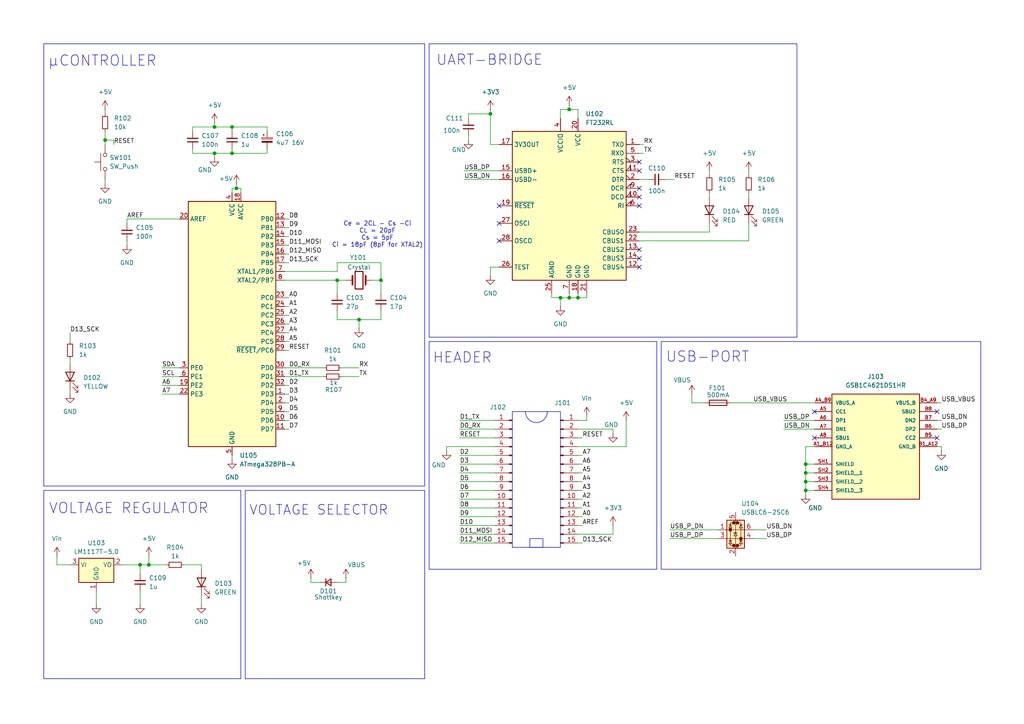
<source format=kicad_sch>
(kicad_sch (version 20231120) (generator "eeschema") (generator_version "8.0")
  (paper "A4")
  (title_block (title "Arduino Nano") (date "2024-03-31") (rev "v0.1") (company "Thomas Wild"))
  (lib_symbols
    (symbol "Connector:Conn_01x15_Pin" (pin_names (offset 1.016) hide)
      (property "Reference" "J" (at 0 20.32 0))
      (property "Value" "Conn_01x15_Pin" (at 0 -20.32 0))
      (symbol "Conn_01x15_Pin_1_1"
        (pin passive line (at 5.08 17.78 180) (length 3.81) (name "Pin_1") (number "1"))
        (pin passive line (at 5.08 -5.08 180) (length 3.81) (name "Pin_10") (number "10"))
        (pin passive line (at 5.08 -7.62 180) (length 3.81) (name "Pin_11") (number "11"))
        (pin passive line (at 5.08 -10.16 180) (length 3.81) (name "Pin_12") (number "12"))
        (pin passive line (at 5.08 -12.7 180) (length 3.81) (name "Pin_13") (number "13"))
        (pin passive line (at 5.08 -15.24 180) (length 3.81) (name "Pin_14") (number "14"))
        (pin passive line (at 5.08 -17.78 180) (length 3.81) (name "Pin_15") (number "15"))
        (pin passive line (at 5.08 15.24 180) (length 3.81) (name "Pin_2") (number "2"))
        (pin passive line (at 5.08 12.7 180) (length 3.81) (name "Pin_3") (number "3"))
        (pin passive line (at 5.08 10.16 180) (length 3.81) (name "Pin_4") (number "4"))
        (pin passive line (at 5.08 7.62 180) (length 3.81) (name "Pin_5") (number "5"))
        (pin passive line (at 5.08 5.08 180) (length 3.81) (name "Pin_6") (number "6"))
        (pin passive line (at 5.08 2.54 180) (length 3.81) (name "Pin_7") (number "7"))
        (pin passive line (at 5.08 0 180) (length 3.81) (name "Pin_8") (number "8"))
        (pin passive line (at 5.08 -2.54 180) (length 3.81) (name "Pin_9") (number "9"))
      )
    )
    (symbol "Device:C_Polarized_Small" (pin_numbers hide) (pin_names (offset 0.254) hide)
      (property "Reference" "C" (at 0.254 1.778 0))
      (property "Value" "C_Polarized_Small" (at 0.254 -2.032 0))
      (symbol "C_Polarized_Small_1_1"
        (pin passive line (at 0 2.54 270) (length 1.8542) (name "~") (number "1"))
        (pin passive line (at 0 -2.54 90) (length 1.8542) (name "~") (number "2"))
      )
    )
    (symbol "Device:C_Small" (pin_numbers hide) (pin_names (offset 0.254) hide)
      (property "Reference" "C" (at 0.254 1.778 0))
      (property "Value" "C_Small" (at 0.254 -2.032 0))
      (symbol "C_Small_1_1"
        (pin passive line (at 0 2.54 270) (length 2.032) (name "~") (number "1"))
        (pin passive line (at 0 -2.54 90) (length 2.032) (name "~") (number "2"))
      )
    )
    (symbol "Device:Crystal" (pin_numbers hide) (pin_names (offset 1.016) hide)
      (property "Reference" "Y" (at 0 3.81 0))
      (property "Value" "Crystal" (at 0 -3.81 0))
      (symbol "Crystal_1_1"
        (pin passive line (at -3.81 0 0) (length 1.27) (name "1") (number "1"))
        (pin passive line (at 3.81 0 180) (length 1.27) (name "2") (number "2"))
      )
    )
    (symbol "Device:D_Small" (pin_numbers hide) (pin_names (offset 0.254) hide)
      (property "Reference" "D" (at -1.27 2.032 0))
      (property "Value" "D_Small" (at -3.81 -2.032 0))
      (symbol "D_Small_1_1"
        (pin passive line (at -2.54 0 0) (length 1.778) (name "K") (number "1"))
        (pin passive line (at 2.54 0 180) (length 1.778) (name "A") (number "2"))
      )
    )
    (symbol "Device:Fuse" (pin_numbers hide) (pin_names (offset 0))
      (property "Reference" "F" (at 2.032 0 90))
      (property "Value" "Fuse" (at -1.905 0 90))
      (symbol "Fuse_1_1"
        (pin passive line (at 0 3.81 270) (length 1.27) (name "~") (number "1"))
        (pin passive line (at 0 -3.81 90) (length 1.27) (name "~") (number "2"))
      )
    )
    (symbol "Device:LED" (pin_numbers hide) (pin_names (offset 1.016) hide)
      (property "Reference" "D" (at 0 2.54 0))
      (property "Value" "LED" (at 0 -2.54 0))
      (symbol "LED_1_1"
        (pin passive line (at -3.81 0 0) (length 2.54) (name "K") (number "1"))
        (pin passive line (at 3.81 0 180) (length 2.54) (name "A") (number "2"))
      )
    )
    (symbol "Device:R_Small" (pin_numbers hide) (pin_names (offset 0.254) hide)
      (property "Reference" "R" (at 0.762 0.508 0))
      (property "Value" "R_Small" (at 0.762 -1.016 0))
      (symbol "R_Small_1_1"
        (pin passive line (at 0 2.54 270) (length 0.762) (name "~") (number "1"))
        (pin passive line (at 0 -2.54 90) (length 0.762) (name "~") (number "2"))
      )
    )
    (symbol "GSB1C4621DS1HR:GSB1C4621DS1HR" (pin_names (offset 1.016))
      (property "Reference" "J" (at -12.7 10.922 0))
      (property "Value" "GSB1C4621DS1HR" (at -12.7 -22.86 0))
      (symbol "GSB1C4621DS1HR_0_0"
        (pin power_in line (at -17.78 -5.08 0) (length 5.08) (name "GND_A") (number "A1_B12"))
        (pin power_in line (at -17.78 7.62 0) (length 5.08) (name "VBUS_A") (number "A4_B9"))
        (pin bidirectional line (at -17.78 5.08 0) (length 5.08) (name "CC1") (number "A5"))
        (pin bidirectional line (at -17.78 2.54 0) (length 5.08) (name "DP1") (number "A6"))
        (pin bidirectional line (at -17.78 0 0) (length 5.08) (name "DN1") (number "A7"))
        (pin bidirectional line (at -17.78 -2.54 0) (length 5.08) (name "SBU1") (number "A8"))
        (pin power_in line (at 17.78 -5.08 180) (length 5.08) (name "GND_B") (number "B1_A12"))
        (pin power_in line (at 17.78 7.62 180) (length 5.08) (name "VBUS_B") (number "B4_A9"))
        (pin bidirectional line (at 17.78 -2.54 180) (length 5.08) (name "CC2") (number "B5"))
        (pin bidirectional line (at 17.78 0 180) (length 5.08) (name "DP2") (number "B6"))
        (pin bidirectional line (at 17.78 2.54 180) (length 5.08) (name "DN2") (number "B7"))
        (pin bidirectional line (at 17.78 5.08 180) (length 5.08) (name "SBU2") (number "B8"))
        (pin passive line (at -17.78 -10.16 0) (length 5.08) (name "SHIELD") (number "SH1"))
        (pin passive line (at -17.78 -12.7 0) (length 5.08) (name "SHIELD__1") (number "SH2"))
        (pin passive line (at -17.78 -15.24 0) (length 5.08) (name "SHIELD__2") (number "SH3"))
        (pin passive line (at -17.78 -17.78 0) (length 5.08) (name "SHIELD__3") (number "SH4"))
      )
    )
    (symbol "Interface_USB:FT232RL"
      (property "Reference" "U" (at -16.51 22.86 0))
      (property "Value" "FT232RL" (at 10.16 22.86 0))
      (symbol "FT232RL_1_1"
        (pin output line (at 20.32 17.78 180) (length 3.81) (name "TXD") (number "1"))
        (pin input input_low (at 20.32 2.54 180) (length 3.81) (name "DCD") (number "10"))
        (pin input input_low (at 20.32 10.16 180) (length 3.81) (name "CTS") (number "11"))
        (pin bidirectional line (at 20.32 -17.78 180) (length 3.81) (name "CBUS4") (number "12"))
        (pin bidirectional line (at 20.32 -12.7 180) (length 3.81) (name "CBUS2") (number "13"))
        (pin bidirectional line (at 20.32 -15.24 180) (length 3.81) (name "CBUS3") (number "14"))
        (pin bidirectional line (at -20.32 10.16 0) (length 3.81) (name "USBD+") (number "15"))
        (pin bidirectional line (at -20.32 7.62 0) (length 3.81) (name "USBD-") (number "16"))
        (pin power_out line (at -20.32 17.78 0) (length 3.81) (name "3V3OUT") (number "17"))
        (pin power_in line (at 2.54 -25.4 90) (length 3.81) (name "GND") (number "18"))
        (pin input line (at -20.32 0 0) (length 3.81) (name "~{RESET}") (number "19"))
        (pin output output_low (at 20.32 7.62 180) (length 3.81) (name "DTR") (number "2"))
        (pin power_in line (at 2.54 25.4 270) (length 3.81) (name "VCC") (number "20"))
        (pin power_in line (at 5.08 -25.4 90) (length 3.81) (name "GND") (number "21"))
        (pin bidirectional line (at 20.32 -10.16 180) (length 3.81) (name "CBUS1") (number "22"))
        (pin bidirectional line (at 20.32 -7.62 180) (length 3.81) (name "CBUS0") (number "23"))
        (pin power_in line (at -5.08 -25.4 90) (length 3.81) (name "AGND") (number "25"))
        (pin input line (at -20.32 -17.78 0) (length 3.81) (name "TEST") (number "26"))
        (pin input line (at -20.32 -5.08 0) (length 3.81) (name "OSCI") (number "27"))
        (pin output line (at -20.32 -10.16 0) (length 3.81) (name "OSCO") (number "28"))
        (pin output output_low (at 20.32 12.7 180) (length 3.81) (name "RTS") (number "3"))
        (pin power_in line (at -2.54 25.4 270) (length 3.81) (name "VCCIO") (number "4"))
        (pin input line (at 20.32 15.24 180) (length 3.81) (name "RXD") (number "5"))
        (pin input input_low (at 20.32 0 180) (length 3.81) (name "RI") (number "6"))
        (pin power_in line (at 0 -25.4 90) (length 3.81) (name "GND") (number "7"))
        (pin input input_low (at 20.32 5.08 180) (length 3.81) (name "DCR") (number "9"))
      )
    )
    (symbol "MCU_Microchip_ATmega:ATmega328PB-A"
      (property "Reference" "U" (at -12.7 36.83 0))
      (property "Value" "ATmega328PB-A" (at 2.54 -36.83 0))
      (symbol "ATmega328PB-A_1_1"
        (pin bidirectional line (at 15.24 -20.32 180) (length 2.54) (name "PD3") (number "1"))
        (pin bidirectional line (at 15.24 -27.94 180) (length 2.54) (name "PD6") (number "10"))
        (pin bidirectional line (at 15.24 -30.48 180) (length 2.54) (name "PD7") (number "11"))
        (pin bidirectional line (at 15.24 30.48 180) (length 2.54) (name "PB0") (number "12"))
        (pin bidirectional line (at 15.24 27.94 180) (length 2.54) (name "PB1") (number "13"))
        (pin bidirectional line (at 15.24 25.4 180) (length 2.54) (name "PB2") (number "14"))
        (pin bidirectional line (at 15.24 22.86 180) (length 2.54) (name "PB3") (number "15"))
        (pin bidirectional line (at 15.24 20.32 180) (length 2.54) (name "PB4") (number "16"))
        (pin bidirectional line (at 15.24 17.78 180) (length 2.54) (name "PB5") (number "17"))
        (pin power_in line (at 2.54 38.1 270) (length 2.54) (name "AVCC") (number "18"))
        (pin bidirectional line (at -15.24 -17.78 0) (length 2.54) (name "PE2") (number "19"))
        (pin bidirectional line (at 15.24 -22.86 180) (length 2.54) (name "PD4") (number "2"))
        (pin passive line (at -15.24 30.48 0) (length 2.54) (name "AREF") (number "20"))
        (pin passive line (at 0 -38.1 90) (length 2.54) hide (name "GND") (number "21"))
        (pin bidirectional line (at -15.24 -20.32 0) (length 2.54) (name "PE3") (number "22"))
        (pin bidirectional line (at 15.24 7.62 180) (length 2.54) (name "PC0") (number "23"))
        (pin bidirectional line (at 15.24 5.08 180) (length 2.54) (name "PC1") (number "24"))
        (pin bidirectional line (at 15.24 2.54 180) (length 2.54) (name "PC2") (number "25"))
        (pin bidirectional line (at 15.24 0 180) (length 2.54) (name "PC3") (number "26"))
        (pin bidirectional line (at 15.24 -2.54 180) (length 2.54) (name "PC4") (number "27"))
        (pin bidirectional line (at 15.24 -5.08 180) (length 2.54) (name "PC5") (number "28"))
        (pin bidirectional line (at 15.24 -7.62 180) (length 2.54) (name "~{RESET}/PC6") (number "29"))
        (pin bidirectional line (at -15.24 -12.7 0) (length 2.54) (name "PE0") (number "3"))
        (pin bidirectional line (at 15.24 -12.7 180) (length 2.54) (name "PD0") (number "30"))
        (pin bidirectional line (at 15.24 -15.24 180) (length 2.54) (name "PD1") (number "31"))
        (pin bidirectional line (at 15.24 -17.78 180) (length 2.54) (name "PD2") (number "32"))
        (pin power_in line (at 0 38.1 270) (length 2.54) (name "VCC") (number "4"))
        (pin power_in line (at 0 -38.1 90) (length 2.54) (name "GND") (number "5"))
        (pin bidirectional line (at -15.24 -15.24 0) (length 2.54) (name "PE1") (number "6"))
        (pin bidirectional line (at 15.24 15.24 180) (length 2.54) (name "XTAL1/PB6") (number "7"))
        (pin bidirectional line (at 15.24 12.7 180) (length 2.54) (name "XTAL2/PB7") (number "8"))
        (pin bidirectional line (at 15.24 -25.4 180) (length 2.54) (name "PD5") (number "9"))
      )
    )
    (symbol "Power_Protection:USBLC6-2SC6" (pin_names hide)
      (property "Reference" "U" (at 0.635 5.715 0))
      (property "Value" "USBLC6-2SC6" (at 0.635 3.81 0))
      (symbol "USBLC6-2SC6_1_1"
        (pin passive line (at -5.08 0 0) (length 2.54) (name "I/O1") (number "1"))
        (pin passive line (at 0 -7.62 90) (length 2.54) (name "GND") (number "2"))
        (pin passive line (at -5.08 -2.54 0) (length 2.54) (name "I/O2") (number "3"))
        (pin passive line (at 5.08 -2.54 180) (length 2.54) (name "I/O2") (number "4"))
        (pin passive line (at 0 5.08 270) (length 2.54) (name "VBUS") (number "5"))
        (pin passive line (at 5.08 0 180) (length 2.54) (name "I/O1") (number "6"))
      )
    )
    (symbol "Regulator_Linear:LM1117T-5.0"
      (property "Reference" "U" (at -3.81 3.175 0))
      (property "Value" "LM1117T-5.0" (at 0 3.175 0))
      (symbol "LM1117T-5.0_1_1"
        (pin power_in line (at 0 -7.62 90) (length 2.54) (name "GND") (number "1"))
        (pin power_out line (at 7.62 0 180) (length 2.54) (name "VO") (number "2"))
        (pin power_in line (at -7.62 0 0) (length 2.54) (name "VI") (number "3"))
      )
    )
    (symbol "Switch:SW_Push" (pin_numbers hide) (pin_names (offset 1.016) hide)
      (property "Reference" "SW" (at 1.27 2.54 0))
      (property "Value" "SW_Push" (at 0 -1.524 0))
      (symbol "SW_Push_0_1"
        (pin passive line (at -5.08 0 0) (length 2.54) (name "1") (number "1"))
        (pin passive line (at 5.08 0 180) (length 2.54) (name "2") (number "2"))
      )
    )
    (symbol "power:+3V3" (power) (pin_numbers hide) (pin_names (offset 0) hide)
      (property "Value" "+3V3" (at 0 3.556 0))
      (symbol "+3V3_1_1"
        (pin power_in line (at 0 0 90) (length 0) (name "~") (number "1"))
      )
    )
    (symbol "power:+5V" (power) (pin_numbers hide) (pin_names (offset 0) hide)
      (property "Value" "+5V" (at 0 3.556 0))
      (symbol "+5V_1_1"
        (pin power_in line (at 0 0 90) (length 0) (name "~") (number "1"))
      )
    )
    (symbol "power:GND" (power) (pin_numbers hide) (pin_names (offset 0) hide)
      (property "Value" "GND" (at 0 -3.81 0))
      (symbol "GND_1_1"
        (pin power_in line (at 0 0 270) (length 0) (name "~") (number "1"))
      )
    )
    (symbol "power:VBUS" (power) (pin_numbers hide) (pin_names (offset 0) hide)
      (property "Value" "VBUS" (at 0 3.556 0))
      (symbol "VBUS_1_1"
        (pin power_in line (at 0 0 90) (length 0) (name "~") (number "1"))
      )
    )
    (symbol "power:VCC" (power) (pin_numbers hide) (pin_names (offset 0) hide)
      (property "Value" "VCC" (at 0 3.556 0))
      (symbol "VCC_1_1"
        (pin power_in line (at 0 0 90) (length 0) (name "~") (number "1"))
      )
    )
  )
  (junction (at 233.68 142.24))
  (junction (at 97.79 81.28))
  (junction (at 62.23 44.45))
  (junction (at 233.68 139.7))
  (junction (at 162.56 86.36))
  (junction (at 43.18 163.83))
  (junction (at 68.58 54.61))
  (junction (at 67.31 44.45))
  (junction (at 142.24 33.02))
  (junction (at 233.68 134.62))
  (junction (at 40.64 163.83))
  (junction (at 104.14 92.71))
  (junction (at 167.64 86.36))
  (junction (at 165.1 31.75))
  (junction (at 67.31 36.83))
  (junction (at 30.48 40.64))
  (junction (at 110.49 81.28))
  (junction (at 165.1 86.36))
  (junction (at 233.68 137.16))
  (junction (at 62.23 36.83))
  (no_connect (at 185.42 77.47))
  (no_connect (at 144.78 64.77))
  (no_connect (at 236.22 119.38))
  (no_connect (at 185.42 59.69))
  (no_connect (at 185.42 54.61))
  (no_connect (at 271.78 127))
  (no_connect (at 236.22 127))
  (no_connect (at 185.42 57.15))
  (no_connect (at 185.42 74.93))
  (no_connect (at 185.42 49.53))
  (no_connect (at 144.78 59.69))
  (no_connect (at 271.78 119.38))
  (no_connect (at 144.78 69.85))
  (no_connect (at 185.42 72.39))
  (no_connect (at 185.42 46.99))
  (wire (pts (xy 227.33 121.92) (xy 236.22 121.92)))
  (wire (pts (xy 133.35 132.08) (xy 143.51 132.08)))
  (wire (pts (xy 36.83 71.12) (xy 36.83 69.85)))
  (wire (pts (xy 168.91 137.16) (xy 167.64 137.16)))
  (wire (pts (xy 77.47 36.83) (xy 77.47 38.1)))
  (wire (pts (xy 83.82 121.92) (xy 82.55 121.92)))
  (wire (pts (xy 82.55 106.68) (xy 93.98 106.68)))
  (wire (pts (xy 58.42 172.72) (xy 58.42 175.26)))
  (wire (pts (xy 16.51 163.83) (xy 20.32 163.83)))
  (wire (pts (xy 104.14 106.68) (xy 99.06 106.68)))
  (wire (pts (xy 110.49 92.71) (xy 104.14 92.71)))
  (wire (pts (xy 69.85 54.61) (xy 69.85 55.88)))
  (wire (pts (xy 46.99 111.76) (xy 52.07 111.76)))
  (wire (pts (xy 177.8 154.94) (xy 177.8 152.4)))
  (wire (pts (xy 162.56 86.36) (xy 160.02 86.36)))
  (wire (pts (xy 142.24 41.91) (xy 142.24 33.02)))
  (wire (pts (xy 133.35 139.7) (xy 143.51 139.7)))
  (wire (pts (xy 165.1 31.75) (xy 167.64 31.75)))
  (wire (pts (xy 97.79 78.74) (xy 97.79 76.2)))
  (wire (pts (xy 67.31 133.35) (xy 67.31 132.08)))
  (wire (pts (xy 167.64 129.54) (xy 181.61 129.54)))
  (wire (pts (xy 107.95 81.28) (xy 110.49 81.28)))
  (wire (pts (xy 135.89 34.29) (xy 135.89 33.02)))
  (wire (pts (xy 97.79 81.28) (xy 97.79 85.09)))
  (wire (pts (xy 82.55 96.52) (xy 83.82 96.52)))
  (wire (pts (xy 83.82 119.38) (xy 82.55 119.38)))
  (wire (pts (xy 217.17 49.53) (xy 217.17 50.8)))
  (wire (pts (xy 20.32 113.03) (xy 20.32 114.3)))
  (wire (pts (xy 30.48 40.64) (xy 30.48 41.91)))
  (wire (pts (xy 273.05 130.81) (xy 273.05 129.54)))
  (wire (pts (xy 135.89 40.64) (xy 135.89 39.37)))
  (wire (pts (xy 142.24 77.47) (xy 144.78 77.47)))
  (wire (pts (xy 16.51 161.29) (xy 16.51 163.83)))
  (wire (pts (xy 133.35 144.78) (xy 143.51 144.78)))
  (wire (pts (xy 82.55 63.5) (xy 83.82 63.5)))
  (wire (pts (xy 212.09 116.84) (xy 236.22 116.84)))
  (wire (pts (xy 62.23 36.83) (xy 67.31 36.83)))
  (wire (pts (xy 40.64 171.45) (xy 40.64 175.26)))
  (wire (pts (xy 20.32 104.14) (xy 20.32 105.41)))
  (wire (pts (xy 193.04 52.07) (xy 195.58 52.07)))
  (wire (pts (xy 67.31 44.45) (xy 77.47 44.45)))
  (wire (pts (xy 53.34 163.83) (xy 58.42 163.83)))
  (wire (pts (xy 68.58 54.61) (xy 69.85 54.61)))
  (wire (pts (xy 35.56 163.83) (xy 40.64 163.83)))
  (wire (pts (xy 170.18 121.92) (xy 170.18 120.65)))
  (wire (pts (xy 167.64 86.36) (xy 165.1 86.36)))
  (wire (pts (xy 168.91 134.62) (xy 167.64 134.62)))
  (wire (pts (xy 33.02 40.64) (xy 30.48 40.64)))
  (wire (pts (xy 82.55 109.22) (xy 93.98 109.22)))
  (wire (pts (xy 20.32 96.52) (xy 20.32 99.06)))
  (wire (pts (xy 205.74 55.88) (xy 205.74 57.15)))
  (wire (pts (xy 142.24 33.02) (xy 142.24 31.75)))
  (wire (pts (xy 30.48 31.75) (xy 30.48 33.02)))
  (wire (pts (xy 133.35 157.48) (xy 143.51 157.48)))
  (wire (pts (xy 100.33 81.28) (xy 97.79 81.28)))
  (wire (pts (xy 129.54 129.54) (xy 143.51 129.54)))
  (wire (pts (xy 273.05 116.84) (xy 271.78 116.84)))
  (wire (pts (xy 55.88 43.18) (xy 55.88 44.45)))
  (wire (pts (xy 185.42 69.85) (xy 217.17 69.85)))
  (wire (pts (xy 36.83 63.5) (xy 52.07 63.5)))
  (wire (pts (xy 233.68 129.54) (xy 233.68 134.62)))
  (wire (pts (xy 133.35 142.24) (xy 143.51 142.24)))
  (wire (pts (xy 165.1 30.48) (xy 165.1 31.75)))
  (wire (pts (xy 185.42 67.31) (xy 205.74 67.31)))
  (wire (pts (xy 165.1 86.36) (xy 162.56 86.36)))
  (wire (pts (xy 162.56 34.29) (xy 162.56 31.75)))
  (wire (pts (xy 160.02 85.09) (xy 160.02 86.36)))
  (wire (pts (xy 133.35 154.94) (xy 143.51 154.94)))
  (wire (pts (xy 110.49 81.28) (xy 110.49 85.09)))
  (wire (pts (xy 227.33 124.46) (xy 236.22 124.46)))
  (wire (pts (xy 181.61 129.54) (xy 181.61 121.92)))
  (wire (pts (xy 170.18 86.36) (xy 167.64 86.36)))
  (wire (pts (xy 30.48 52.07) (xy 30.48 53.34)))
  (wire (pts (xy 167.64 31.75) (xy 167.64 34.29)))
  (wire (pts (xy 46.99 106.68) (xy 52.07 106.68)))
  (wire (pts (xy 186.69 44.45) (xy 185.42 44.45)))
  (wire (pts (xy 204.47 116.84) (xy 200.66 116.84)))
  (wire (pts (xy 82.55 71.12) (xy 83.82 71.12)))
  (wire (pts (xy 168.91 152.4) (xy 167.64 152.4)))
  (wire (pts (xy 67.31 36.83) (xy 77.47 36.83)))
  (wire (pts (xy 90.17 168.91) (xy 90.17 167.64)))
  (wire (pts (xy 273.05 121.92) (xy 271.78 121.92)))
  (wire (pts (xy 33.02 41.91) (xy 33.02 40.64)))
  (wire (pts (xy 82.55 73.66) (xy 83.82 73.66)))
  (wire (pts (xy 67.31 36.83) (xy 67.31 38.1)))
  (wire (pts (xy 135.89 33.02) (xy 142.24 33.02)))
  (wire (pts (xy 233.68 142.24) (xy 236.22 142.24)))
  (wire (pts (xy 134.62 52.07) (xy 144.78 52.07)))
  (wire (pts (xy 205.74 49.53) (xy 205.74 50.8)))
  (wire (pts (xy 40.64 163.83) (xy 43.18 163.83)))
  (wire (pts (xy 133.35 149.86) (xy 143.51 149.86)))
  (wire (pts (xy 273.05 129.54) (xy 271.78 129.54)))
  (wire (pts (xy 82.55 88.9) (xy 83.82 88.9)))
  (wire (pts (xy 104.14 92.71) (xy 104.14 95.25)))
  (wire (pts (xy 100.33 168.91) (xy 97.79 168.91)))
  (wire (pts (xy 194.31 156.21) (xy 208.28 156.21)))
  (wire (pts (xy 168.91 127) (xy 167.64 127)))
  (wire (pts (xy 168.91 144.78) (xy 167.64 144.78)))
  (wire (pts (xy 67.31 54.61) (xy 67.31 55.88)))
  (wire (pts (xy 187.96 52.07) (xy 185.42 52.07)))
  (wire (pts (xy 200.66 116.84) (xy 200.66 114.3)))
  (wire (pts (xy 30.48 38.1) (xy 30.48 40.64)))
  (wire (pts (xy 55.88 36.83) (xy 55.88 38.1)))
  (wire (pts (xy 134.62 49.53) (xy 144.78 49.53)))
  (wire (pts (xy 168.91 147.32) (xy 167.64 147.32)))
  (wire (pts (xy 142.24 80.01) (xy 142.24 77.47)))
  (wire (pts (xy 217.17 64.77) (xy 217.17 69.85)))
  (wire (pts (xy 83.82 111.76) (xy 82.55 111.76)))
  (wire (pts (xy 186.69 41.91) (xy 185.42 41.91)))
  (wire (pts (xy 97.79 76.2) (xy 110.49 76.2)))
  (wire (pts (xy 233.68 142.24) (xy 233.68 139.7)))
  (wire (pts (xy 144.78 41.91) (xy 142.24 41.91)))
  (wire (pts (xy 92.71 168.91) (xy 90.17 168.91)))
  (wire (pts (xy 133.35 124.46) (xy 143.51 124.46)))
  (wire (pts (xy 82.55 78.74) (xy 97.79 78.74)))
  (wire (pts (xy 217.17 55.88) (xy 217.17 57.15)))
  (wire (pts (xy 77.47 44.45) (xy 77.47 43.18)))
  (wire (pts (xy 133.35 152.4) (xy 143.51 152.4)))
  (wire (pts (xy 218.44 156.21) (xy 222.25 156.21)))
  (wire (pts (xy 55.88 36.83) (xy 62.23 36.83)))
  (wire (pts (xy 40.64 163.83) (xy 40.64 166.37)))
  (wire (pts (xy 168.91 142.24) (xy 167.64 142.24)))
  (wire (pts (xy 43.18 163.83) (xy 43.18 161.29)))
  (wire (pts (xy 233.68 143.51) (xy 233.68 142.24)))
  (wire (pts (xy 83.82 114.3) (xy 82.55 114.3)))
  (wire (pts (xy 100.33 167.64) (xy 100.33 168.91)))
  (wire (pts (xy 62.23 44.45) (xy 67.31 44.45)))
  (wire (pts (xy 233.68 139.7) (xy 233.68 137.16)))
  (wire (pts (xy 55.88 44.45) (xy 62.23 44.45)))
  (wire (pts (xy 104.14 109.22) (xy 99.06 109.22)))
  (wire (pts (xy 167.64 124.46) (xy 177.8 124.46)))
  (wire (pts (xy 167.64 85.09) (xy 167.64 86.36)))
  (wire (pts (xy 162.56 31.75) (xy 165.1 31.75)))
  (wire (pts (xy 110.49 90.17) (xy 110.49 92.71)))
  (wire (pts (xy 129.54 130.81) (xy 129.54 129.54)))
  (wire (pts (xy 133.35 134.62) (xy 143.51 134.62)))
  (wire (pts (xy 43.18 163.83) (xy 48.26 163.83)))
  (wire (pts (xy 97.79 90.17) (xy 97.79 92.71)))
  (wire (pts (xy 62.23 35.56) (xy 62.23 36.83)))
  (wire (pts (xy 165.1 85.09) (xy 165.1 86.36)))
  (wire (pts (xy 233.68 139.7) (xy 236.22 139.7)))
  (wire (pts (xy 82.55 99.06) (xy 83.82 99.06)))
  (wire (pts (xy 218.44 153.67) (xy 222.25 153.67)))
  (wire (pts (xy 36.83 64.77) (xy 36.83 63.5)))
  (wire (pts (xy 168.91 149.86) (xy 167.64 149.86)))
  (wire (pts (xy 273.05 124.46) (xy 271.78 124.46)))
  (wire (pts (xy 168.91 157.48) (xy 167.64 157.48)))
  (wire (pts (xy 68.58 54.61) (xy 67.31 54.61)))
  (wire (pts (xy 82.55 68.58) (xy 83.82 68.58)))
  (wire (pts (xy 133.35 137.16) (xy 143.51 137.16)))
  (wire (pts (xy 46.99 114.3) (xy 52.07 114.3)))
  (wire (pts (xy 110.49 76.2) (xy 110.49 81.28)))
  (wire (pts (xy 167.64 121.92) (xy 170.18 121.92)))
  (wire (pts (xy 82.55 93.98) (xy 83.82 93.98)))
  (wire (pts (xy 82.55 86.36) (xy 83.82 86.36)))
  (wire (pts (xy 83.82 116.84) (xy 82.55 116.84)))
  (wire (pts (xy 82.55 81.28) (xy 97.79 81.28)))
  (wire (pts (xy 236.22 129.54) (xy 233.68 129.54)))
  (wire (pts (xy 46.99 109.22) (xy 52.07 109.22)))
  (wire (pts (xy 82.55 76.2) (xy 83.82 76.2)))
  (wire (pts (xy 233.68 137.16) (xy 233.68 134.62)))
  (wire (pts (xy 82.55 66.04) (xy 83.82 66.04)))
  (wire (pts (xy 168.91 132.08) (xy 167.64 132.08)))
  (wire (pts (xy 82.55 101.6) (xy 83.82 101.6)))
  (wire (pts (xy 177.8 124.46) (xy 177.8 125.73)))
  (wire (pts (xy 58.42 163.83) (xy 58.42 165.1)))
  (wire (pts (xy 194.31 153.67) (xy 208.28 153.67)))
  (wire (pts (xy 168.91 139.7) (xy 167.64 139.7)))
  (wire (pts (xy 233.68 137.16) (xy 236.22 137.16)))
  (wire (pts (xy 162.56 86.36) (xy 162.56 88.9)))
  (wire (pts (xy 83.82 124.46) (xy 82.55 124.46)))
  (wire (pts (xy 68.58 53.34) (xy 68.58 54.61)))
  (wire (pts (xy 97.79 92.71) (xy 104.14 92.71)))
  (wire (pts (xy 170.18 85.09) (xy 170.18 86.36)))
  (wire (pts (xy 67.31 43.18) (xy 67.31 44.45)))
  (wire (pts (xy 27.94 171.45) (xy 27.94 175.26)))
  (wire (pts (xy 133.35 127) (xy 143.51 127)))
  (wire (pts (xy 167.64 154.94) (xy 177.8 154.94)))
  (wire (pts (xy 82.55 91.44) (xy 83.82 91.44)))
  (wire (pts (xy 233.68 134.62) (xy 236.22 134.62)))
  (wire (pts (xy 133.35 121.92) (xy 143.51 121.92)))
  (wire (pts (xy 133.35 147.32) (xy 143.51 147.32)))
  (wire (pts (xy 205.74 64.77) (xy 205.74 67.31)))
  (wire (pts (xy 62.23 44.45) (xy 62.23 45.72)))
  (rectangle (start 124.46 12.7) (end 231.14 97.79))
  (rectangle (start 153.67 156.21) (end 157.48 158.75))
  (rectangle (start 124.46 99.06) (end 190.5 165.1))
  (rectangle (start 12.7 12.7) (end 123.19 140.97))
  (rectangle (start 148.59 119.38) (end 162.56 158.75))
  (rectangle (start 191.77 99.06) (end 284.48 165.1))
  (arc (start 158.75 119.38) (mid 155.575 122.555) (end 152.4 119.38))
  (rectangle (start 71.12 142.24) (end 123.19 196.85))
  (rectangle (start 12.7 142.24) (end 69.85 196.85))
  (text "VOLTAGE REGULATOR" (at 37.338 147.574 0) (effects (font (size 3 3))))
  (text "UART-BRIDGE\n" (at 141.986 17.526 0) (effects (font (size 3 3))))
  (text "VOLTAGE SELECTOR" (at 92.456 148.082 0) (effects (font (size 2.8 2.8))))
  (text "Ce = 2CL - Cs -Ci\nCL = 20pF\nCs = 5pF\nCi = 18pF (8pF for XTAL2)" (at 109.474 68.072 0) (effects (font (size 1.27 1.27))))
  (text "USB-PORT" (at 205.232 103.632 0) (effects (font (size 3 3))))
  (text "µCONTROLLER" (at 29.718 17.78 0) (effects (font (size 3 3))))
  (text "HEADER" (at 134.112 103.886 0) (effects (font (size 3 3))))
  (label "USB_DN" (at 222.25 153.67 0))
  (label "D7" (at 83.82 124.46 0))
  (label "USB_DN" (at 227.33 124.46 0))
  (label "RESET" (at 168.91 127 0))
  (label "D8" (at 133.35 147.32 0))
  (label "USB_DN" (at 134.62 52.07 0))
  (label "D0_RX" (at 83.82 106.68 0))
  (label "USB_DP" (at 134.62 49.53 0))
  (label "D1_TX" (at 133.35 121.92 0))
  (label "SCL" (at 46.99 109.22 0))
  (label "D6" (at 133.35 142.24 0))
  (label "RX" (at 104.14 106.68 0))
  (label "TX" (at 104.14 109.22 0))
  (label "USB_DN" (at 273.05 121.92 0))
  (label "USB_P_DP" (at 194.31 156.21 0))
  (label "A3" (at 168.91 142.24 0))
  (label "USB_DP" (at 273.05 124.46 0))
  (label "A2" (at 168.91 144.78 0))
  (label "D0_RX" (at 133.35 124.46 0))
  (label "D9" (at 133.35 149.86 0))
  (label "USB_DP" (at 227.33 121.92 0))
  (label "USB_P_DN" (at 194.31 153.67 0))
  (label "D3" (at 83.82 114.3 0))
  (label "D9" (at 83.82 66.04 0))
  (label "A7" (at 168.91 132.08 0))
  (label "D6" (at 83.82 121.92 0))
  (label "A2" (at 83.82 91.44 0))
  (label "A6" (at 46.99 111.76 0))
  (label "SDA" (at 46.99 106.68 0))
  (label "A4" (at 83.82 96.52 0))
  (label "A5" (at 83.82 99.06 0))
  (label "USB_VBUS" (at 218.44 116.84 0))
  (label "D2" (at 83.82 111.76 0))
  (label "RX" (at 186.69 41.91 0))
  (label "A0" (at 83.82 86.36 0))
  (label "D11_MOSI" (at 83.82 71.12 0))
  (label "AREF" (at 168.91 152.4 0))
  (label "A3" (at 83.82 93.98 0))
  (label "A0" (at 168.91 149.86 0))
  (label "D4" (at 133.35 137.16 0))
  (label "D10" (at 83.82 68.58 0))
  (label "D8" (at 83.82 63.5 0))
  (label "RESET" (at 33.02 41.91 0))
  (label "D11_MOSI" (at 133.35 154.94 0))
  (label "USB_DP" (at 222.25 156.21 0))
  (label "RESET" (at 195.58 52.07 0))
  (label "A1" (at 168.91 147.32 0))
  (label "USB_VBUS" (at 273.05 116.84 0))
  (label "A5" (at 168.91 137.16 0))
  (label "AREF" (at 36.83 63.5 0))
  (label "A6" (at 168.91 134.62 0))
  (label "D3" (at 133.35 134.62 0))
  (label "A4" (at 168.91 139.7 0))
  (label "TX" (at 186.69 44.45 0))
  (label "D5" (at 133.35 139.7 0))
  (label "A7" (at 46.99 114.3 0))
  (label "D10" (at 133.35 152.4 0))
  (label "A1" (at 83.82 88.9 0))
  (label "D13_SCK" (at 168.91 157.48 0))
  (label "RESET" (at 83.82 101.6 0))
  (label "D13_SCK" (at 83.82 76.2 0))
  (label "RESET" (at 133.35 127 0))
  (label "D7" (at 133.35 144.78 0))
  (label "D1_TX" (at 83.82 109.22 0))
  (label "D5" (at 83.82 119.38 0))
  (label "D13_SCK" (at 20.32 96.52 0))
  (label "D12_MISO" (at 83.82 73.66 0))
  (label "D2" (at 133.35 132.08 0))
  (label "D12_MISO" (at 133.35 157.48 0))
  (label "D4" (at 83.82 116.84 0))
  (symbol (lib_id "Device:LED") (at 58.42 168.91 90) (unit 1)
    (property "Reference" "D103" (at 62.23 169.2274 90) (effects (justify right)))
    (property "Value" "GREEN" (at 62.23 171.7674 90) (effects (justify right)))
    (property "Footprint" "LED_SMD:LED_0402_1005Metric_B2841UY--20" (effects (hide yes)))
    (property "Datasheet" "https://mm.digikey.com/Volume0/opasdata/d220001/medias/docus/4223/B2841NG--05D000514U1930.pdf" (effects (hide yes)))
    (property "Description" "Light emitting diode" (effects (hide yes)))
    (property "Manufacturer" "Harvatek Corporation" (effects (hide yes)))
    (property "MPN" "B2841NG--05D000514U1930" (effects (hide yes)))
    (property "digikey link" "https://www.digikey.de/short/8tdbp132" (effects (hide yes)))
  )
  (symbol (lib_id "MCU_Microchip_ATmega:ATmega328PB-A") (at 67.31 93.98 0) (unit 1)
    (property "Reference" "U105" (at 69.5041 132.08 0) (effects (justify left)))
    (property "Value" "ATmega328PB-A" (at 69.5041 134.62 0) (effects (justify left)))
    (property "Footprint" "Package_DFN_QFN:QFN-32-1EP_5x5mm_P0.5mm_EP3.45x3.45mm" (effects (hide yes)))
    (property "Datasheet" "https://ww1.microchip.com/downloads/aemDocuments/documents/MCU08/ProductDocuments/DataSheets/40001906C.pdf" (effects (hide yes)))
    (property "Description" "20MHz, 32kB Flash, 2kB SRAM, 1kB EEPROM, TQFP-32" (effects (hide yes)))
    (property "MPN" "ATMEGA328PB-MUR" (effects (hide yes)))
    (property "Manufacturer" "Microchip Technology" (effects (hide yes)))
    (property "digikey link" "https://www.digikey.de/short/7757fdhf" (effects (hide yes)))
  )
  (symbol (lib_id "Device:R_Small") (at 217.17 53.34 0) (unit 1)
    (property "Reference" "R106" (at 219.71 52.0699 0) (effects (justify left)))
    (property "Value" "1k" (at 219.71 54.6099 0) (effects (justify left)))
    (property "Footprint" "Resistor_SMD:R_0402_1005Metric" (effects (hide yes)))
    (property "Datasheet" "https://www.yageo.com/upload/media/product/products/datasheet/rchip/PYu-RC_Group_51_RoHS_L_12.pdf" (effects (hide yes)))
    (property "Description" "Resistor, small symbol" (effects (hide yes)))
    (property "Manufacturer" "YAGEO" (effects (hide yes)))
    (property "MPN" "RC0402JR-071KL" (effects (hide yes)))
    (property "digikey link" "https://www.digikey.de/short/d03hq9n0" (effects (hide yes)))
  )
  (symbol (lib_id "power:GND") (at 40.64 175.26 0) (unit 1)
    (property "Reference" "#PWR0117" (effects (hide yes)))
    (property "Value" "GND" (at 40.64 180.34 0))
    (property "Description" "Power symbol creates a global label with name \"GND\" , ground" (effects (hide yes)))
  )
  (symbol (lib_id "power:VBUS") (at 100.33 167.64 0) (unit 1)
    (property "Reference" "#PWR0104" (effects (hide yes)))
    (property "Value" "VBUS" (at 103.378 163.83 0))
    (property "Description" "Power symbol creates a global label with name \"VBUS\"" (effects (hide yes)))
  )
  (symbol (lib_id "Device:C_Small") (at 36.83 67.31 180) (unit 1)
    (property "Reference" "C105" (at 39.37 66.0335 0) (effects (justify right)))
    (property "Value" "100n" (at 39.37 68.5735 0) (effects (justify right)))
    (property "Footprint" "Capacitor_SMD:C_0402_1005Metric" (effects (hide yes)))
    (property "Datasheet" "https://search.murata.co.jp/Ceramy/image/img/A01X/G101/ENG/GRM155R71C103KA01-01.pdf" (effects (hide yes)))
    (property "Description" "Unpolarized capacitor, small symbol" (effects (hide yes)))
    (property "Manufacturer" "Murata Electronics" (effects (hide yes)))
    (property "MPN" "GRM155R71C103KA01D" (effects (hide yes)))
    (property "digikey link" "https://www.digikey.de/short/wttj8qht" (effects (hide yes)))
  )
  (symbol (lib_id "Device:C_Polarized_Small") (at 77.47 40.64 0) (unit 1)
    (property "Reference" "C106" (at 80.01 38.8238 0) (effects (justify left)))
    (property "Value" "4u7 16V" (at 80.01 41.3638 0) (effects (justify left)))
    (property "Footprint" "Capacitor_SMD:C_0603_1608Metric" (effects (hide yes)))
    (property "Datasheet" "https://search.murata.co.jp/Ceramy/image/img/A01X/G101/ENG/GRT188R61E475ME13-01.pdf" (effects (hide yes)))
    (property "Description" "Polarized capacitor, small symbol" (effects (hide yes)))
    (property "Manufacturer" "Murata Electronics" (effects (hide yes)))
    (property "MPN" "GRT188R61E475ME13D" (effects (hide yes)))
    (property "digikey link" "https://www.digikey.de/short/f082pj54" (effects (hide yes)))
  )
  (symbol (lib_id "GSB1C4621DS1HR:GSB1C4621DS1HR") (at 254 124.46 0) (unit 1)
    (property "Reference" "J103" (at 254 109.22 0))
    (property "Value" "GSB1C4621DS1HR" (at 254 111.76 0))
    (property "Footprint" "Arduino-nano:AMPHENOL_GSB1C4621DS1HR" (effects (hide yes)))
    (property "Datasheet" "https://cdn.amphenol-cs.com/media/wysiwyg/files/drawing/gsb1c46x1ds1hr.pdf" (effects (hide yes)))
    (property "MANUFACTURER" "Amphenol" (effects (hide yes)))
    (property "MPN" "GSB1C4621DS1HR" (effects (hide yes)))
    (property "Manufacturer" "Amphenol ICC" (effects (hide yes)))
    (property "digikey link" "https://www.digikey.de/short/9h05jw8p" (effects (hide yes)))
  )
  (symbol (lib_id "Device:C_Small") (at 55.88 40.64 180) (unit 1)
    (property "Reference" "C107" (at 58.42 39.3635 0) (effects (justify right)))
    (property "Value" "100n" (at 58.42 41.9035 0) (effects (justify right)))
    (property "Footprint" "Capacitor_SMD:C_0402_1005Metric" (effects (hide yes)))
    (property "Datasheet" "https://search.murata.co.jp/Ceramy/image/img/A01X/G101/ENG/GRM155R71C103KA01-01.pdf" (effects (hide yes)))
    (property "Description" "Unpolarized capacitor, small symbol" (effects (hide yes)))
    (property "Manufacturer" "Murata Electronics" (effects (hide yes)))
    (property "MPN" "GRM155R71C103KA01D" (effects (hide yes)))
    (property "digikey link" "https://www.digikey.de/short/wttj8qht" (effects (hide yes)))
  )
  (symbol (lib_id "Device:C_Small") (at 110.49 87.63 180) (unit 1)
    (property "Reference" "C104" (at 113.03 86.3535 0) (effects (justify right)))
    (property "Value" "17p" (at 113.03 88.8935 0) (effects (justify right)))
    (property "Footprint" "Capacitor_SMD:C_0402_1005Metric" (effects (hide yes)))
    (property "Datasheet" "https://search.murata.co.jp/Ceramy/image/img/A01X/G101/ENG/GJM1555C1H170FB01-01.pdf" (effects (hide yes)))
    (property "Description" "Unpolarized capacitor, small symbol" (effects (hide yes)))
    (property "Manufacturer" "Murata Electronics" (effects (hide yes)))
    (property "MPN" "GJM1555C1H170FB01D" (effects (hide yes)))
    (property "digikey link" "https://www.digikey.de/short/mr2ft24c" (effects (hide yes)))
  )
  (symbol (lib_id "power:+5V") (at 68.58 53.34 0) (unit 1)
    (property "Reference" "#PWR0110" (effects (hide yes)))
    (property "Value" "+5V" (at 65.532 51.816 0))
    (property "Description" "Power symbol creates a global label with name \"+5V\"" (effects (hide yes)))
  )
  (symbol (lib_id "power:+5V") (at 205.74 49.53 0) (unit 1)
    (property "Reference" "#PWR0123" (effects (hide yes)))
    (property "Value" "+5V" (at 205.74 44.45 0))
    (property "Description" "Power symbol creates a global label with name \"+5V\"" (effects (hide yes)))
  )
  (symbol (lib_id "power:VCC") (at 16.51 161.29 0) (unit 1)
    (property "Reference" "#PWR0103" (effects (hide yes)))
    (property "Value" "Vin" (at 16.51 156.21 0))
    (property "Description" "Power symbol creates a global label with name \"VCC\"" (effects (hide yes)))
  )
  (symbol (lib_id "power:GND") (at 62.23 45.72 0) (unit 1)
    (property "Reference" "#PWR0115" (effects (hide yes)))
    (property "Value" "GND" (at 59.436 49.276 0))
    (property "Description" "Power symbol creates a global label with name \"GND\" , ground" (effects (hide yes)))
  )
  (symbol (lib_id "Device:R_Small") (at 96.52 106.68 90) (unit 1)
    (property "Reference" "R101" (at 96.52 101.6 90))
    (property "Value" "1k" (at 96.52 104.14 90))
    (property "Footprint" "Resistor_SMD:R_0402_1005Metric" (effects (hide yes)))
    (property "Datasheet" "https://www.yageo.com/upload/media/product/products/datasheet/rchip/PYu-RC_Group_51_RoHS_L_12.pdf" (effects (hide yes)))
    (property "Description" "Resistor, small symbol" (effects (hide yes)))
    (property "Manufacturer" "YAGEO" (effects (hide yes)))
    (property "MPN" "RC0402JR-071KL" (effects (hide yes)))
    (property "digikey link" "https://www.digikey.de/short/d03hq9n0" (effects (hide yes)))
  )
  (symbol (lib_id "Device:R_Small") (at 50.8 163.83 90) (unit 1)
    (property "Reference" "R104" (at 50.8 158.75 90))
    (property "Value" "1k" (at 50.8 161.29 90))
    (property "Footprint" "Resistor_SMD:R_0402_1005Metric" (effects (hide yes)))
    (property "Datasheet" "https://www.yageo.com/upload/media/product/products/datasheet/rchip/PYu-RC_Group_51_RoHS_L_12.pdf" (effects (hide yes)))
    (property "Description" "Resistor, small symbol" (effects (hide yes)))
    (property "Manufacturer" "YAGEO" (effects (hide yes)))
    (property "MPN" "RC0402JR-071KL" (effects (hide yes)))
    (property "digikey link" "https://www.digikey.de/short/d03hq9n0" (effects (hide yes)))
  )
  (symbol (lib_id "power:VBUS") (at 200.66 114.3 0) (unit 1)
    (property "Reference" "#PWR0119" (effects (hide yes)))
    (property "Value" "VBUS" (at 197.866 110.236 0))
    (property "Description" "Power symbol creates a global label with name \"VBUS\"" (effects (hide yes)))
  )
  (symbol (lib_id "power:+5V") (at 217.17 49.53 0) (unit 1)
    (property "Reference" "#PWR0124" (effects (hide yes)))
    (property "Value" "+5V" (at 217.17 44.45 0))
    (property "Description" "Power symbol creates a global label with name \"+5V\"" (effects (hide yes)))
  )
  (symbol (lib_id "power:GND") (at 67.31 133.35 0) (unit 1)
    (property "Reference" "#PWR0101" (effects (hide yes)))
    (property "Value" "GND" (at 67.31 138.43 0))
    (property "Description" "Power symbol creates a global label with name \"GND\" , ground" (effects (hide yes)))
  )
  (symbol (lib_id "power:+5V") (at 30.48 31.75 0) (unit 1)
    (property "Reference" "#PWR0111" (effects (hide yes)))
    (property "Value" "+5V" (at 30.48 26.67 0))
    (property "Description" "Power symbol creates a global label with name \"+5V\"" (effects (hide yes)))
  )
  (symbol (lib_id "power:+5V") (at 90.17 167.64 0) (unit 1)
    (property "Reference" "#PWR0105" (effects (hide yes)))
    (property "Value" "+5V" (at 88.138 163.322 0))
    (property "Description" "Power symbol creates a global label with name \"+5V\"" (effects (hide yes)))
  )
  (symbol (lib_id "power:GND") (at 27.94 175.26 0) (unit 1)
    (property "Reference" "#PWR0118" (effects (hide yes)))
    (property "Value" "GND" (at 27.94 180.34 0))
    (property "Description" "Power symbol creates a global label with name \"GND\" , ground" (effects (hide yes)))
  )
  (symbol (lib_id "Device:Crystal") (at 104.14 81.28 180) (unit 1)
    (property "Reference" "Y101" (at 103.886 74.676 0))
    (property "Value" "Crystal" (at 104.14 77.47 0))
    (property "Footprint" "Crystal:Crystal_SMD_3225-4Pin_3.2x2.5mm" (effects (hide yes)))
    (property "Datasheet" "https://www.raltron.com/webproducts/specs/CRYSTAL/RH100-16.000-10-1010-EXT-TR.pdf" (effects (hide yes)))
    (property "Description" "Two pin crystal" (effects (hide yes)))
    (property "Manufacturer" "Raltron Electronics" (effects (hide yes)))
    (property "MPN" "RH100-16.000-10-1010-EXT-TR" (effects (hide yes)))
    (property "digikey link" "https://www.digikey.de/short/387r23jb" (effects (hide yes)))
  )
  (symbol (lib_id "Switch:SW_Push") (at 30.48 46.99 90) (unit 1)
    (property "Reference" "SW101" (at 31.75 45.7199 90) (effects (justify right)))
    (property "Value" "SW_Push" (at 31.75 48.2599 90) (effects (justify right)))
    (property "Description" "Push button switch, generic, two pins" (effects (hide yes)))
  )
  (symbol (lib_id "power:GND") (at 20.32 114.3 0) (unit 1)
    (property "Reference" "#PWR0116" (effects (hide yes)))
    (property "Value" "GND" (at 20.32 119.38 0))
    (property "Description" "Power symbol creates a global label with name \"GND\" , ground" (effects (hide yes)))
  )
  (symbol (lib_id "Connector:Conn_01x15_Pin") (at 148.59 139.7 0) (mirror y) (unit 1)
    (property "Reference" "J102" (at 141.986 118.11 0) (effects (justify right)))
    (property "Value" "Conn_01x15_Pin" (effects (hide yes)))
    (property "Footprint" "Connector_PinHeader_2.54mm:PinHeader_1x15_P2.54mm_Vertical" (effects (hide yes)))
    (property "Datasheet" "https://app.adam-tech.com/products/download/data_sheet/201605/ph1-xx-ua-data-sheet.pdf" (effects (hide yes)))
    (property "Description" "Generic connector, single row, 01x15, script generated" (effects (hide yes)))
    (property "Manufacturer" "Adam Tech" (effects (hide yes)))
    (property "MPN" "PH1-15-UA" (effects (hide yes)))
    (property "digikey link" "https://www.digikey.de/short/7d425bm9" (effects (hide yes)))
  )
  (symbol (lib_id "Device:C_Small") (at 97.79 87.63 180) (unit 1)
    (property "Reference" "C103" (at 100.33 86.3535 0) (effects (justify right)))
    (property "Value" "27p" (at 100.33 88.8935 0) (effects (justify right)))
    (property "Footprint" "Capacitor_SMD:C_0402_1005Metric" (effects (hide yes)))
    (property "Datasheet" "https://search.murata.co.jp/Ceramy/image/img/A01X/G101/ENG/GRM1555C1H270JA01-01.pdf" (effects (hide yes)))
    (property "Description" "Unpolarized capacitor, small symbol" (effects (hide yes)))
    (property "Manufacturer" "Murata Electronics" (effects (hide yes)))
    (property "MPN" "GRM1555C1H270JA01D" (effects (hide yes)))
    (property "digikey link" "https://www.digikey.de/short/9z53r2hj" (effects (hide yes)))
  )
  (symbol (lib_id "Power_Protection:USBLC6-2SC6") (at 213.36 153.67 0) (unit 1)
    (property "Reference" "U104" (at 215.0111 146.05 0) (effects (justify left)))
    (property "Value" "USBLC6-2SC6" (at 215.0111 148.59 0) (effects (justify left)))
    (property "Footprint" "Package_TO_SOT_SMD:SOT-23-6" (effects (hide yes)))
    (property "Datasheet" "https://www.st.com/resource/en/datasheet/usblc6-2.pdf" (effects (hide yes)))
    (property "Description" "Very low capacitance ESD protection diode, 2 data-line, SOT-23-6" (effects (hide yes)))
  )
  (symbol (lib_id "Device:D_Small") (at 95.25 168.91 0) (unit 1)
    (property "Reference" "D101" (at 95.25 171.45 0))
    (property "Value" "Shottkey" (at 95.25 173.228 0))
    (property "Footprint" "Diode_SMD:D_SOD-123" (effects (hide yes)))
    (property "Datasheet" "https://www.onsemi.com/pdf/datasheet/mbr130lsft1-d.pdf" (effects (hide yes)))
    (property "Description" "Diode, small symbol" (effects (hide yes)))
    (property "Manufacturer" "onsemi" (effects (hide yes)))
    (property "MPN" "MBR130LSFT1G" (effects (hide yes)))
    (property "digikey link" "https://www.digikey.de/short/dbdjjwf2" (effects (hide yes)))
  )
  (symbol (lib_id "Device:R_Small") (at 20.32 101.6 0) (unit 1)
    (property "Reference" "R103" (at 22.86 100.3299 0) (effects (justify left)))
    (property "Value" "1k" (at 22.86 102.8699 0) (effects (justify left)))
    (property "Footprint" "Resistor_SMD:R_0402_1005Metric" (effects (hide yes)))
    (property "Datasheet" "https://www.yageo.com/upload/media/product/products/datasheet/rchip/PYu-RC_Group_51_RoHS_L_12.pdf" (effects (hide yes)))
    (property "Description" "Resistor, small symbol" (effects (hide yes)))
    (property "Manufacturer" "YAGEO" (effects (hide yes)))
    (property "MPN" "RC0402JR-071KL" (effects (hide yes)))
    (property "digikey link" "https://www.digikey.de/short/d03hq9n0" (effects (hide yes)))
  )
  (symbol (lib_id "power:GND") (at 233.68 143.51 0) (unit 1)
    (property "Reference" "#PWR0107" (effects (hide yes)))
    (property "Value" "GND" (at 236.474 147.32 0))
    (property "Description" "Power symbol creates a global label with name \"GND\" , ground" (effects (hide yes)))
  )
  (symbol (lib_id "Device:LED") (at 205.74 60.96 90) (unit 1)
    (property "Reference" "D104" (at 209.55 61.2774 90) (effects (justify right)))
    (property "Value" "RED" (at 209.55 63.8174 90) (effects (justify right)))
    (property "Footprint" "LED_SMD:LED_0402_1005Metric_B2841UY--20" (effects (hide yes)))
    (property "Datasheet" "https://mm.digikey.com/Volume0/opasdata/d220001/medias/docus/4496/B2841USD-20D001014U1930.pdf" (effects (hide yes)))
    (property "Description" "Light emitting diode" (effects (hide yes)))
    (property "Manufacturer" "Harvatek Corporation" (effects (hide yes)))
    (property "MPN" "B2841USD-20D001014U1930" (effects (hide yes)))
    (property "digikey link" "https://www.digikey.de/short/np37nmz5" (effects (hide yes)))
  )
  (symbol (lib_id "power:GND") (at 273.05 130.81 0) (unit 1)
    (property "Reference" "#PWR0131" (effects (hide yes)))
    (property "Value" "GND" (at 273.05 135.89 0))
    (property "Description" "Power symbol creates a global label with name \"GND\" , ground" (effects (hide yes)))
  )
  (symbol (lib_id "power:+3V3") (at 142.24 31.75 0) (unit 1)
    (property "Reference" "#PWR0120" (effects (hide yes)))
    (property "Value" "+3V3" (at 142.24 26.67 0))
    (property "Description" "Power symbol creates a global label with name \"+3V3\"" (effects (hide yes)))
  )
  (symbol (lib_id "power:GND") (at 177.8 125.73 0) (unit 1)
    (property "Reference" "#PWR0129" (effects (hide yes)))
    (property "Value" "GND" (at 177.292 123.19 0))
    (property "Description" "Power symbol creates a global label with name \"GND\" , ground" (effects (hide yes)))
  )
  (symbol (lib_id "Device:R_Small") (at 96.52 109.22 90) (unit 1)
    (property "Reference" "R107" (at 96.774 113.03 90))
    (property "Value" "1k" (at 96.774 110.998 90))
    (property "Footprint" "Resistor_SMD:R_0402_1005Metric" (effects (hide yes)))
    (property "Datasheet" "https://www.yageo.com/upload/media/product/products/datasheet/rchip/PYu-RC_Group_51_RoHS_L_12.pdf" (effects (hide yes)))
    (property "Description" "Resistor, small symbol" (effects (hide yes)))
    (property "Manufacturer" "YAGEO" (effects (hide yes)))
    (property "MPN" "RC0402JR-071KL" (effects (hide yes)))
    (property "digikey link" "https://www.digikey.de/short/d03hq9n0" (effects (hide yes)))
  )
  (symbol (lib_id "power:GND") (at 58.42 175.26 0) (unit 1)
    (property "Reference" "#PWR0106" (effects (hide yes)))
    (property "Value" "GND" (at 58.42 180.34 0))
    (property "Description" "Power symbol creates a global label with name \"GND\" , ground" (effects (hide yes)))
  )
  (symbol (lib_id "Regulator_Linear:LM1117T-5.0") (at 27.94 163.83 0) (unit 1)
    (property "Reference" "U103" (at 27.94 157.48 0))
    (property "Value" "LM1117T-5.0" (at 27.94 160.02 0))
    (property "Footprint" "Package_TO_SOT_THT:TO-220-3_Horizontal_TabDown" (effects (hide yes)))
    (property "Datasheet" "http://www.ti.com/lit/ds/symlink/lm1117.pdf" (effects (hide yes)))
    (property "Description" "800mA Low-Dropout Linear Regulator, 5.0V fixed output, TO-220" (effects (hide yes)))
  )
  (symbol (lib_id "Device:R_Small") (at 205.74 53.34 0) (unit 1)
    (property "Reference" "R105" (at 208.28 52.0699 0) (effects (justify left)))
    (property "Value" "1k" (at 208.28 54.6099 0) (effects (justify left)))
    (property "Footprint" "Resistor_SMD:R_0402_1005Metric" (effects (hide yes)))
    (property "Datasheet" "https://www.yageo.com/upload/media/product/products/datasheet/rchip/PYu-RC_Group_51_RoHS_L_12.pdf" (effects (hide yes)))
    (property "Description" "Resistor, small symbol" (effects (hide yes)))
    (property "Manufacturer" "YAGEO" (effects (hide yes)))
    (property "MPN" "RC0402JR-071KL" (effects (hide yes)))
    (property "digikey link" "https://www.digikey.de/short/d03hq9n0" (effects (hide yes)))
  )
  (symbol (lib_id "power:GND") (at 104.14 95.25 0) (unit 1)
    (property "Reference" "#PWR0108" (effects (hide yes)))
    (property "Value" "GND" (at 104.14 100.33 0))
    (property "Description" "Power symbol creates a global label with name \"GND\" , ground" (effects (hide yes)))
  )
  (symbol (lib_id "Device:C_Small") (at 40.64 168.91 180) (unit 1)
    (property "Reference" "C109" (at 43.18 167.6335 0) (effects (justify right)))
    (property "Value" "1u" (at 43.18 170.1735 0) (effects (justify right)))
    (property "Footprint" "Capacitor_SMD:C_0402_1005Metric" (effects (hide yes)))
    (property "Datasheet" "https://search.murata.co.jp/Ceramy/image/img/A01X/G101/ENG/GRM155R61E105MA12-01.pdf" (effects (hide yes)))
    (property "Description" "Unpolarized capacitor, small symbol" (effects (hide yes)))
    (property "Manufacturer" "Murata Electronics" (effects (hide yes)))
    (property "MPN" "GRM155R61E105MA12D" (effects (hide yes)))
    (property "digikey link" "https://www.digikey.de/short/0h4771t0" (effects (hide yes)))
  )
  (symbol (lib_id "Device:R_Small") (at 30.48 35.56 0) (unit 1)
    (property "Reference" "R102" (at 33.02 34.2899 0) (effects (justify left)))
    (property "Value" "10k" (at 33.02 36.8299 0) (effects (justify left)))
    (property "Footprint" "Resistor_SMD:R_0402_1005Metric" (effects (hide yes)))
    (property "Datasheet" "https://www.yageo.com/upload/media/product/products/datasheet/rchip/PYu-RC_Group_51_RoHS_L_12.pdf" (effects (hide yes)))
    (property "Description" "Resistor, small symbol" (effects (hide yes)))
    (property "Manufacturer" "YAGEO" (effects (hide yes)))
    (property "MPN" "RC0402JR-0710KL" (effects (hide yes)))
    (property "digikey link" "https://www.digikey.de/short/9zv8z4ch" (effects (hide yes)))
  )
  (symbol (lib_id "power:+5V") (at 165.1 30.48 0) (unit 1)
    (property "Reference" "#PWR0109" (effects (hide yes)))
    (property "Value" "+5V" (at 165.1 25.4 0))
    (property "Description" "Power symbol creates a global label with name \"+5V\"" (effects (hide yes)))
  )
  (symbol (lib_id "Device:C_Small") (at 190.5 52.07 90) (unit 1)
    (property "Reference" "C110" (at 190.5 48.768 90))
    (property "Value" "100n" (at 190.5 55.372 90))
    (property "Footprint" "Capacitor_SMD:C_0402_1005Metric" (effects (hide yes)))
    (property "Datasheet" "https://search.murata.co.jp/Ceramy/image/img/A01X/G101/ENG/GRM155R71C103KA01-01.pdf" (effects (hide yes)))
    (property "Description" "Unpolarized capacitor, small symbol" (effects (hide yes)))
    (property "Manufacturer" "Murata Electronics" (effects (hide yes)))
    (property "MPN" "GRM155R71C103KA01D" (effects (hide yes)))
    (property "digikey link" "https://www.digikey.de/short/wttj8qht" (effects (hide yes)))
  )
  (symbol (lib_id "power:GND") (at 142.24 80.01 0) (unit 1)
    (property "Reference" "#PWR0121" (effects (hide yes)))
    (property "Value" "GND" (at 142.24 85.09 0))
    (property "Description" "Power symbol creates a global label with name \"GND\" , ground" (effects (hide yes)))
  )
  (symbol (lib_id "Device:Fuse") (at 208.28 116.84 90) (unit 1)
    (property "Reference" "F101" (at 208.026 112.522 90))
    (property "Value" "500mA" (at 208.28 114.554 90))
    (property "Footprint" "Fuse:Fuse_0805_2012Metric" (effects (hide yes)))
    (property "Datasheet" "https://www.yageo.com/upload/media/product/productsearch/datasheet/cpc/pptc/SMD0805_1.pdf" (effects (hide yes)))
    (property "Description" "Fuse" (effects (hide yes)))
    (property "Manufacturer" "YAGEO" (effects (hide yes)))
    (property "MPN" "SMD0805B050TF" (effects (hide yes)))
    (property "digikey link" "https://www.digikey.de/short/t3tn4q8b" (effects (hide yes)))
  )
  (symbol (lib_id "Device:C_Small") (at 67.31 40.64 180) (unit 1)
    (property "Reference" "C108" (at 69.85 39.3635 0) (effects (justify right)))
    (property "Value" "1u" (at 69.85 41.9035 0) (effects (justify right)))
    (property "Footprint" "Capacitor_SMD:C_0402_1005Metric" (effects (hide yes)))
    (property "Datasheet" "https://search.murata.co.jp/Ceramy/image/img/A01X/G101/ENG/GRM155R61E105MA12-01.pdf" (effects (hide yes)))
    (property "Description" "Unpolarized capacitor, small symbol" (effects (hide yes)))
    (property "Manufacturer" "Murata Electronics" (effects (hide yes)))
    (property "MPN" "GRM155R61E105MA12D" (effects (hide yes)))
    (property "digikey link" "https://www.digikey.de/short/0h4771t0" (effects (hide yes)))
  )
  (symbol (lib_id "power:+5V") (at 43.18 161.29 0) (unit 1)
    (property "Reference" "#PWR0102" (effects (hide yes)))
    (property "Value" "+5V" (at 43.18 156.21 0))
    (property "Description" "Power symbol creates a global label with name \"+5V\"" (effects (hide yes)))
  )
  (symbol (lib_id "Interface_USB:FT232RL") (at 165.1 59.69 0) (unit 1)
    (property "Reference" "U102" (at 169.8341 33.02 0) (effects (justify left)))
    (property "Value" "FT232RL" (at 169.8341 35.56 0) (effects (justify left)))
    (property "Footprint" "Package_SO:SSOP-28_5.3x10.2mm_P0.65mm" (effects (hide yes)))
    (property "Datasheet" "https://www.ftdichip.com/Support/Documents/DataSheets/ICs/DS_FT232R.pdf" (effects (hide yes)))
    (property "Description" "USB to Serial Interface, SSOP-28" (effects (hide yes)))
  )
  (symbol (lib_id "Device:LED") (at 20.32 109.22 90) (unit 1)
    (property "Reference" "D102" (at 24.13 109.5374 90) (effects (justify right)))
    (property "Value" "YELLOW" (at 24.13 112.0774 90) (effects (justify right)))
    (property "Footprint" "LED_SMD:LED_0402_1005Metric_B2841UY--20" (effects (hide yes)))
    (property "Datasheet" "https://mm.digikey.com/Volume0/opasdata/d220001/medias/docus/4278/B2841UY--20D000414U1930.pdf" (effects (hide yes)))
    (property "Description" "Light emitting diode" (effects (hide yes)))
    (property "Manufacturer" "Harvatek Corporation" (effects (hide yes)))
    (property "MPN" "B2841UY--20D000414U1930" (effects (hide yes)))
    (property "digikey link" "https://www.digikey.de/short/zt4r3wvr" (effects (hide yes)))
  )
  (symbol (lib_id "power:+5V") (at 181.61 121.92 0) (unit 1)
    (property "Reference" "#PWR0127" (effects (hide yes)))
    (property "Value" "+5V" (at 181.61 116.84 0))
    (property "Description" "Power symbol creates a global label with name \"+5V\"" (effects (hide yes)))
  )
  (symbol (lib_id "Device:C_Small") (at 135.89 36.83 180) (unit 1)
    (property "Reference" "C111" (at 129.286 34.29 0) (effects (justify right)))
    (property "Value" "100n" (at 128.524 37.846 0) (effects (justify right)))
    (property "Footprint" "Capacitor_SMD:C_0402_1005Metric" (effects (hide yes)))
    (property "Datasheet" "https://search.murata.co.jp/Ceramy/image/img/A01X/G101/ENG/GRM155R71C103KA01-01.pdf" (effects (hide yes)))
    (property "Description" "Unpolarized capacitor, small symbol" (effects (hide yes)))
    (property "Manufacturer" "Murata Electronics" (effects (hide yes)))
    (property "MPN" "GRM155R71C103KA01D" (effects (hide yes)))
    (property "digikey link" "https://www.digikey.de/short/wttj8qht" (effects (hide yes)))
  )
  (symbol (lib_id "Device:LED") (at 217.17 60.96 90) (unit 1)
    (property "Reference" "D105" (at 220.98 61.2774 90) (effects (justify right)))
    (property "Value" "GREEN" (at 220.98 63.8174 90) (effects (justify right)))
    (property "Footprint" "LED_SMD:LED_0402_1005Metric_B2841UY--20" (effects (hide yes)))
    (property "Datasheet" "https://mm.digikey.com/Volume0/opasdata/d220001/medias/docus/4223/B2841NG--05D000514U1930.pdf" (effects (hide yes)))
    (property "Description" "Light emitting diode" (effects (hide yes)))
    (property "Manufacturer" "Harvatek Corporation" (effects (hide yes)))
    (property "MPN" "B2841NG--05D000514U1930" (effects (hide yes)))
    (property "digikey link" "https://www.digikey.de/short/8tdbp132" (effects (hide yes)))
  )
  (symbol (lib_id "power:GND") (at 36.83 71.12 0) (unit 1)
    (property "Reference" "#PWR0113" (effects (hide yes)))
    (property "Value" "GND" (at 36.83 76.2 0))
    (property "Description" "Power symbol creates a global label with name \"GND\" , ground" (effects (hide yes)))
  )
  (symbol (lib_id "Connector:Conn_01x15_Pin") (at 162.56 139.7 0) (unit 1)
    (property "Reference" "J101" (at 163.195 116.84 0))
    (property "Value" "Conn_01x15_Pin" (effects (hide yes)))
    (property "Footprint" "Connector_PinHeader_2.54mm:PinHeader_1x15_P2.54mm_Vertical" (effects (hide yes)))
    (property "Datasheet" "https://app.adam-tech.com/products/download/data_sheet/201605/ph1-xx-ua-data-sheet.pdf" (effects (hide yes)))
    (property "Description" "Generic connector, single row, 01x15, script generated" (effects (hide yes)))
    (property "Manufacturer" "Adam Tech" (effects (hide yes)))
    (property "MPN" "PH1-15-UA" (effects (hide yes)))
    (property "digikey link" "https://www.digikey.de/short/7d425bm9" (effects (hide yes)))
  )
  (symbol (lib_id "power:GND") (at 135.89 40.64 0) (unit 1)
    (property "Reference" "#PWR0125" (effects (hide yes)))
    (property "Value" "GND" (at 133.096 43.434 0))
    (property "Description" "Power symbol creates a global label with name \"GND\" , ground" (effects (hide yes)))
  )
  (symbol (lib_id "power:+5V") (at 62.23 35.56 0) (unit 1)
    (property "Reference" "#PWR0114" (effects (hide yes)))
    (property "Value" "+5V" (at 62.23 30.48 0))
    (property "Description" "Power symbol creates a global label with name \"+5V\"" (effects (hide yes)))
  )
  (symbol (lib_id "power:GND") (at 30.48 53.34 0) (unit 1)
    (property "Reference" "#PWR0112" (effects (hide yes)))
    (property "Value" "GND" (at 30.48 58.42 0))
    (property "Description" "Power symbol creates a global label with name \"GND\" , ground" (effects (hide yes)))
  )
  (symbol (lib_id "power:+3V3") (at 177.8 152.4 0) (unit 1)
    (property "Reference" "#PWR0128" (effects (hide yes)))
    (property "Value" "+3V3" (at 177.8 147.32 0))
    (property "Description" "Power symbol creates a global label with name \"+3V3\"" (effects (hide yes)))
  )
  (symbol (lib_id "power:GND") (at 162.56 88.9 0) (unit 1)
    (property "Reference" "#PWR0122" (effects (hide yes)))
    (property "Value" "GND" (at 162.56 93.98 0))
    (property "Description" "Power symbol creates a global label with name \"GND\" , ground" (effects (hide yes)))
  )
  (symbol (lib_id "power:VCC") (at 170.18 120.65 0) (unit 1)
    (property "Reference" "#PWR0126" (effects (hide yes)))
    (property "Value" "Vin" (at 170.18 115.57 0))
    (property "Description" "Power symbol creates a global label with name \"VCC\"" (effects (hide yes)))
  )
  (symbol (lib_id "power:GND") (at 129.54 130.81 0) (unit 1)
    (property "Reference" "#PWR0130" (effects (hide yes)))
    (property "Value" "GND" (at 127.254 134.874 0))
    (property "Description" "Power symbol creates a global label with name \"GND\" , ground" (effects (hide yes)))
  )
)
</source>
